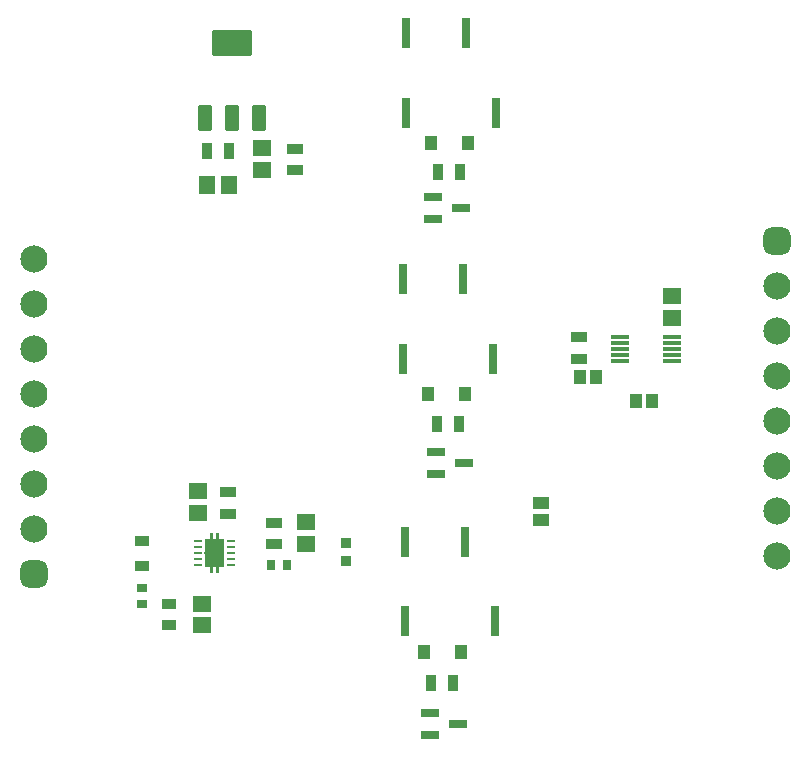
<source format=gts>
G04*
G04 #@! TF.GenerationSoftware,Altium Limited,Altium Designer,24.9.1 (31)*
G04*
G04 Layer_Color=8388736*
%FSLAX44Y44*%
%MOMM*%
G71*
G04*
G04 #@! TF.SameCoordinates,7BCCF8FC-808F-4AE3-87CD-6E5EF412D55E*
G04*
G04*
G04 #@! TF.FilePolarity,Negative*
G04*
G01*
G75*
G04:AMPARAMS|DCode=15|XSize=0.6mm|YSize=0.24mm|CornerRadius=0.0504mm|HoleSize=0mm|Usage=FLASHONLY|Rotation=0.000|XOffset=0mm|YOffset=0mm|HoleType=Round|Shape=RoundedRectangle|*
%AMROUNDEDRECTD15*
21,1,0.6000,0.1392,0,0,0.0*
21,1,0.4992,0.2400,0,0,0.0*
1,1,0.1008,0.2496,-0.0696*
1,1,0.1008,-0.2496,-0.0696*
1,1,0.1008,-0.2496,0.0696*
1,1,0.1008,0.2496,0.0696*
%
%ADD15ROUNDEDRECTD15*%
%ADD16R,1.4000X0.9500*%
%ADD17R,0.9121X0.9581*%
%ADD20R,1.4546X1.5562*%
%ADD21R,1.5562X1.4546*%
%ADD23R,0.8000X2.6600*%
%ADD24R,0.7556X0.8121*%
%ADD27R,0.9500X1.4000*%
%ADD29R,1.2000X0.9000*%
%ADD30R,0.8121X0.7556*%
%ADD31R,1.3082X0.8065*%
%ADD32R,1.3562X1.0546*%
%ADD33C,1.4850*%
G04:AMPARAMS|DCode=34|XSize=3.4532mm|YSize=2.2532mm|CornerRadius=0.1529mm|HoleSize=0mm|Usage=FLASHONLY|Rotation=180.000|XOffset=0mm|YOffset=0mm|HoleType=Round|Shape=RoundedRectangle|*
%AMROUNDEDRECTD34*
21,1,3.4532,1.9475,0,0,180.0*
21,1,3.1475,2.2532,0,0,180.0*
1,1,0.3057,-1.5738,0.9738*
1,1,0.3057,1.5738,0.9738*
1,1,0.3057,1.5738,-0.9738*
1,1,0.3057,-1.5738,-0.9738*
%
%ADD34ROUNDEDRECTD34*%
G04:AMPARAMS|DCode=35|XSize=1.2032mm|YSize=2.2532mm|CornerRadius=0.1516mm|HoleSize=0mm|Usage=FLASHONLY|Rotation=180.000|XOffset=0mm|YOffset=0mm|HoleType=Round|Shape=RoundedRectangle|*
%AMROUNDEDRECTD35*
21,1,1.2032,1.9500,0,0,180.0*
21,1,0.9000,2.2532,0,0,180.0*
1,1,0.3032,-0.4500,0.9750*
1,1,0.3032,0.4500,0.9750*
1,1,0.3032,0.4500,-0.9750*
1,1,0.3032,-0.4500,-0.9750*
%
%ADD35ROUNDEDRECTD35*%
%ADD36R,1.5532X0.8032*%
%ADD37R,1.5500X0.4000*%
%ADD38R,1.1032X1.2532*%
%ADD39R,1.1032X1.1532*%
%ADD40C,2.3032*%
G04:AMPARAMS|DCode=41|XSize=2.3032mm|YSize=2.3032mm|CornerRadius=0.6266mm|HoleSize=0mm|Usage=FLASHONLY|Rotation=90.000|XOffset=0mm|YOffset=0mm|HoleType=Round|Shape=RoundedRectangle|*
%AMROUNDEDRECTD41*
21,1,2.3032,1.0500,0,0,90.0*
21,1,1.0500,2.3032,0,0,90.0*
1,1,1.2532,0.5250,0.5250*
1,1,1.2532,0.5250,-0.5250*
1,1,1.2532,-0.5250,-0.5250*
1,1,1.2532,-0.5250,0.5250*
%
%ADD41ROUNDEDRECTD41*%
%ADD42C,0.5080*%
G36*
X291310Y215120D02*
X292810D01*
X292810Y215120D01*
X292909D01*
X293093Y215044D01*
X293234Y214903D01*
X293310Y214719D01*
Y214620D01*
X293310Y210120D01*
X297310D01*
Y210120D01*
X297409D01*
X297593Y210044D01*
X297734Y209903D01*
X297810Y209719D01*
Y209620D01*
X297810Y186620D01*
X297810D01*
X297810Y186521D01*
X297734Y186337D01*
X297593Y186196D01*
X297409Y186120D01*
X297310Y186120D01*
X293310D01*
Y181620D01*
X293310Y181620D01*
X293310Y181521D01*
X293234Y181337D01*
X293093Y181196D01*
X292909Y181120D01*
X292810Y181120D01*
X291310Y181120D01*
X291310D01*
X291210Y181120D01*
X291027Y181196D01*
X290886Y181337D01*
X290810Y181521D01*
X290810Y181620D01*
Y186120D01*
X288310D01*
Y181620D01*
Y181620D01*
X288310Y181521D01*
X288234Y181337D01*
X288093Y181196D01*
X287910Y181120D01*
X287810Y181120D01*
X286310Y181120D01*
X286210Y181120D01*
X286027Y181196D01*
X285886Y181337D01*
X285810Y181521D01*
X285810Y181620D01*
X285810Y186120D01*
X281810D01*
X281710Y186120D01*
X281527Y186196D01*
X281386Y186337D01*
X281310Y186521D01*
X281310Y186620D01*
Y209620D01*
X281310Y209719D01*
X281386Y209903D01*
X281527Y210044D01*
X281710Y210120D01*
X281810Y210120D01*
X285810Y210120D01*
X285810Y214620D01*
X285810Y214720D01*
X285886Y214903D01*
X286027Y215044D01*
X286210Y215120D01*
X286310Y215120D01*
X287810D01*
Y215120D01*
X287909D01*
X288093Y215044D01*
X288234Y214903D01*
X288310Y214719D01*
Y214620D01*
X288310Y210120D01*
X290810D01*
X290810Y214620D01*
X290810Y214720D01*
X290886Y214903D01*
X291027Y215044D01*
X291210Y215120D01*
X291310Y215120D01*
D02*
G37*
D15*
X303560Y208120D02*
D03*
Y203120D02*
D03*
Y198120D02*
D03*
Y193120D02*
D03*
Y188120D02*
D03*
X275560D02*
D03*
Y193120D02*
D03*
Y198120D02*
D03*
Y203120D02*
D03*
Y208120D02*
D03*
D16*
X300990Y231140D02*
D03*
Y249640D02*
D03*
X340360Y205380D02*
D03*
Y223880D02*
D03*
X598170Y362500D02*
D03*
Y381000D02*
D03*
X358140Y521970D02*
D03*
Y540470D02*
D03*
D17*
X401320Y206270D02*
D03*
Y191730D02*
D03*
D20*
X302266Y509270D02*
D03*
X283750D02*
D03*
D21*
X367030Y205734D02*
D03*
Y224250D02*
D03*
X275590Y231680D02*
D03*
Y250196D02*
D03*
X330200Y522510D02*
D03*
Y541026D02*
D03*
X279400Y136792D02*
D03*
Y155308D02*
D03*
X676910Y396782D02*
D03*
Y415298D02*
D03*
D23*
X501650Y207690D02*
D03*
X527050Y140290D02*
D03*
X450850D02*
D03*
Y207690D02*
D03*
X500380Y429940D02*
D03*
X525780Y362540D02*
D03*
X449580D02*
D03*
Y429940D02*
D03*
X502920Y638220D02*
D03*
X528320Y570820D02*
D03*
X452120D02*
D03*
Y638220D02*
D03*
D24*
X337820Y187960D02*
D03*
X351326D02*
D03*
D27*
X497840Y520700D02*
D03*
X479340D02*
D03*
X496570Y307340D02*
D03*
X478070D02*
D03*
X491490Y87630D02*
D03*
X472990D02*
D03*
X302260Y538480D02*
D03*
X283760D02*
D03*
D29*
X228600Y208280D02*
D03*
Y187280D02*
D03*
D30*
Y168043D02*
D03*
Y154537D02*
D03*
D31*
X251460Y154559D02*
D03*
Y137541D02*
D03*
D32*
X566420Y226060D02*
D03*
Y240576D02*
D03*
D33*
X289560Y198120D02*
D03*
D34*
X304800Y629920D02*
D03*
D35*
X327800Y566420D02*
D03*
X304800D02*
D03*
X281800D02*
D03*
D36*
X498820Y490220D02*
D03*
X474820Y480720D02*
D03*
Y499720D02*
D03*
X500950Y274320D02*
D03*
X476950Y264820D02*
D03*
Y283820D02*
D03*
X495870Y53340D02*
D03*
X471870Y43840D02*
D03*
Y62840D02*
D03*
D37*
X676910Y360680D02*
D03*
Y365680D02*
D03*
Y370680D02*
D03*
Y380680D02*
D03*
Y375680D02*
D03*
X632910Y360680D02*
D03*
Y365680D02*
D03*
Y370680D02*
D03*
Y380680D02*
D03*
Y375680D02*
D03*
D38*
X646900Y326390D02*
D03*
X660400D02*
D03*
X599040Y346710D02*
D03*
X612540D02*
D03*
D39*
X504700Y544830D02*
D03*
X473200Y544830D02*
D03*
X502160Y332740D02*
D03*
X470660Y332740D02*
D03*
X498350Y114300D02*
D03*
X466850Y114300D02*
D03*
D40*
X137160Y447040D02*
D03*
Y408940D02*
D03*
Y370840D02*
D03*
Y256540D02*
D03*
Y218440D02*
D03*
Y294640D02*
D03*
Y332740D02*
D03*
X765810Y195580D02*
D03*
Y233680D02*
D03*
Y271780D02*
D03*
Y386080D02*
D03*
Y424180D02*
D03*
Y347980D02*
D03*
Y309880D02*
D03*
D41*
X137160Y180340D02*
D03*
X765810Y462280D02*
D03*
D42*
X295310Y198120D02*
D03*
X283810D02*
D03*
X289560Y188620D02*
D03*
Y207620D02*
D03*
M02*

</source>
